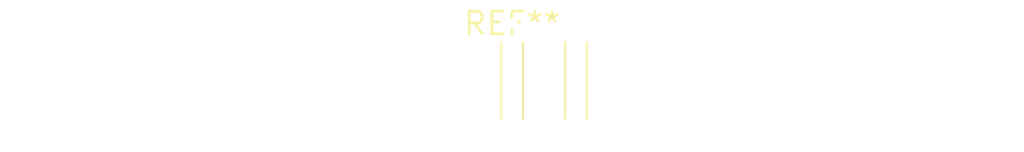
<source format=kicad_pcb>
(kicad_pcb (version 20240108) (generator pcbnew)
  (layers (0 "F.Cu" signal) (31 "B.Cu" signal) (34 "B.Paste" user) (35 "F.Paste" user) (36 "B.SilkS" user "B.Silkscreen") (37 "F.SilkS" user "F.Silkscreen") (38 "B.Mask" user) (39 "F.Mask" user) (44 "Edge.Cuts" user))
  (net 0 "")
  (footprint "SolderWire-0.1sqmm_1x02_P3.6mm_D0.4mm_OD1mm_Relief" (layer "F.Cu") (at 0 0)
    (property "Reference" "REF**")
    (property "Value" "SolderWire-0.1sqmm_1x02_P3.6mm_D0.4mm_OD1mm_Relief")
    (fp_line (start -0.61 1.06) (end -0.61 5.39) (layer "F.SilkS") (stroke (width 0.12)))
    (fp_line (start 0.61 1.06) (end 0.61 5.39) (layer "F.SilkS") (stroke (width 0.12)))
    (fp_line (start 2.99 1.06) (end 2.99 5.39) (layer "F.SilkS") (stroke (width 0.12)))
    (fp_line (start 4.21 1.06) (end 4.21 5.39) (layer "F.SilkS") (stroke (width 0.12)))
    (pad "" np_thru_hole circle (at 0 6) (size 1.5 1.5) (drill 1.5) (layers *.Cu *.Mask))
    (pad "" np_thru_hole circle (at 3.6 6) (size 1.5 1.5) (drill 1.5) (layers *.Cu *.Mask))
    (pad "1" thru_hole roundrect (at 0 0) (size 1.6 1.6) (drill 0.6) (layers *.Cu *.Mask) (remove_unused_layers) (roundrect_rratio 0.15625))
    (pad "2" thru_hole circle (at 3.6 0) (size 1.6 1.6) (drill 0.6) (layers *.Cu *.Mask) (remove_unused_layers))
  )
)
</source>
